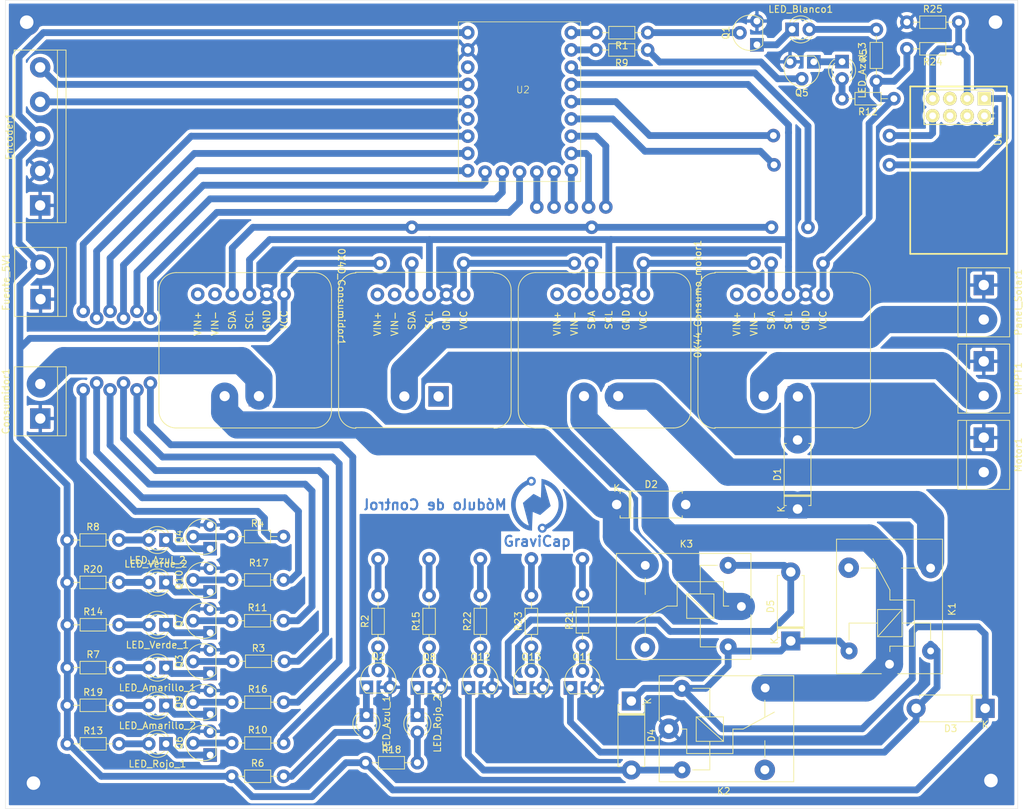
<source format=kicad_pcb>
(kicad_pcb (version 20240108) (generator "pcbnew") (generator_version "8.0")
  (layers (0 "F.Cu" signal) (31 "B.Cu" signal) (34 "B.Paste" user) (35 "F.Paste" user) (36 "B.SilkS" user "B.Silkscreen") (37 "F.SilkS" user "F.Silkscreen") (38 "B.Mask" user) (39 "F.Mask" user) (44 "Edge.Cuts" user))
  (net 0 "")
  (net 1 "Consumidor_+")
  (net 2 "MPPT_+")
  (net 3 "Panel_Solar_+")
  (net 4 "+5V")
  (net 6 "GNDREF")
  (net 7 "Net-(Q1-B)")
  (net 8 "Vin+_Consumo")
  (net 9 "Net-(Q2-B)")
  (net 10 "Motor_Vin+")
  (net 11 "Net-(Q3-B)")
  (net 12 "Motor_Vin-")
  (net 13 "Net-(Q4-B)")
  (net 14 "Net-(Q5-B)")
  (net 15 "Net-(Q6-B)")
  (net 16 "D1_Out")
  (net 17 "Net-(Q7-B)")
  (net 18 "Net-(LED_Blanco1-K)")
  (net 19 "Net-(Q8-B)")
  (net 20 "Net-(D5-A)")
  (net 21 "Net-(Q9-B)")
  (net 22 "Net-(Q11-B)")
  (net 23 "RPZ_LED_6")
  (net 24 "RPZ_LED_5")
  (net 25 "RPZ_LED_8")
  (net 26 "RPZ_RELE_1")
  (net 27 "RPZ_LED_7")
  (net 28 "RPZ_LED_2")
  (net 29 "Net-(Q12-B)")
  (net 30 "RPZ_LED_4")
  (net 31 "RPZ_RELE_2")
  (net 32 "PIN_A_Encoder")
  (net 33 "RPZ_LED_3")
  (net 34 "RPZ_LED_9")
  (net 36 "PIN_B_Encoder")
  (net 37 "RPZ_LED_1")
  (net 38 "RPZ_I2C_SDA")
  (net 39 "RPZ_I2C_SCL")
  (net 40 "RPZ_LED_10")
  (net 41 "RPZ_UART1_TX")
  (net 42 "RPZ_UART1_RX")
  (net 43 "Net-(LED_Amarillo_1-A)")
  (net 44 "Net-(LED_Amarillo_1-K)")
  (net 45 "Net-(LED_Amarillo_2-K)")
  (net 46 "Net-(LED_Amarillo_2-A)")
  (net 47 "Net-(LED_Azul_1-K)")
  (net 48 "Net-(LED_Azul_1-A)")
  (net 49 "Net-(LED_Azul_2-A)")
  (net 50 "Net-(LED_Azul_2-K)")
  (net 51 "Net-(LED_Blanco1-A)")
  (net 52 "Net-(LED_Rojo_1-A)")
  (net 53 "Net-(LED_Rojo_1-K)")
  (net 54 "Net-(LED_Rojo_2-A)")
  (net 55 "Net-(LED_Rojo_2-K)")
  (net 56 "Net-(LED_Verde_1-K)")
  (net 57 "Net-(LED_Verde_1-A)")
  (net 58 "Net-(LED_Verde_2-A)")
  (net 59 "Net-(LED_Verde_2-K)")
  (net 60 "Net-(Q10-B)")
  (net 61 "RPZ_RELE_3")
  (net 62 "Net-(D3-A)")
  (net 63 "Net-(D4-A)")
  (net 70 "Net-(Q13-B)")
  (net 71 "+3.3V")
  (net 76 "unconnected-(U2-GP27-Pad32)")
  (net 77 "Net-(LED_Azul_3-A)")
  (net 78 "Net-(LED_Azul_3-K)")
  (net 79 "Vin-_MPPT")
  (footprint "GraviCap:RP2040 Zero" (layer "F.Cu") (at 133.045 31.45)
    (property "Reference" "U2")
    (property "Value" "RP2040-Zero")
  )
  (footprint "Relay_THT:Relay_SPDT_SANYOU_SRD_Series_Form_C" (layer "F.Cu") (at 154.5 125)
    (property "Reference" "K2")
    (property "Value" "SANYOU_SRD_Form_C" (hide yes))
  )
  (footprint "Package_TO_SOT_THT:TO-92_Inline" (layer "F.Cu") (at 86 116.37 90)
    (property "Reference" "Q3")
    (property "Value" "BC548")
  )
  (footprint "Diode_THT:D_5W_P10.16mm_Horizontal" (layer "F.Cu") (at 172.465 112.08 90)
    (property "Reference" "D5")
    (property "Value" "D")
  )
  (footprint "Package_TO_SOT_THT:TO-92_Inline" (layer "F.Cu") (at 118 118)
    (property "Reference" "Q8")
    (property "Value" "BC548")
  )
  (footprint "Resistor_THT:R_Axial_DIN0204_L3.6mm_D1.6mm_P7.62mm_Horizontal" (layer "F.Cu") (at 187.645 32.26 180)
    (property "Reference" "R12")
    (property "Value" "150Ω")
  )
  (footprint "Resistor_THT:R_Axial_DIN0204_L3.6mm_D1.6mm_P7.62mm_Horizontal" (layer "F.Cu") (at 141.8 112.81 90)
    (property "Reference" "R21")
    (property "Value" "5kΩ")
  )
  (footprint "LED_THT:LED_D3.0mm" (layer "F.Cu") (at 172.66 22.06)
    (property "Reference" "LED_Blanco1")
    (property "Value" "LED")
  )
  (footprint "Relay_THT:Relay_SPDT_SANYOU_SRD_Series_Form_C" (layer "F.Cu") (at 187 115.5 90)
    (property "Reference" "K1")
    (property "Value" "SANYOU_SRD_Form_C")
  )
  (footprint "Resistor_THT:R_Axial_DIN0204_L3.6mm_D1.6mm_P7.62mm_Horizontal" (layer "F.Cu") (at 90.19 132)
    (property "Reference" "R6")
    (property "Value" "150Ω")
  )
  (footprint "LOGO" (layer "F.Cu") (at 135.13 92.04)
    (property "Reference" "GraviCap")
    (property "Value" "LOGO" (hide yes))
  )
  (footprint "Resistor_THT:R_Axial_DIN0204_L3.6mm_D1.6mm_P7.62mm_Horizontal" (layer "F.Cu") (at 151.405 22.54 180)
    (property "Reference" "R1")
    (property "Value" "47kΩ")
  )
  (footprint "RP2040-Zero:module_ina219" (layer "F.Cu") (at 111.445 61.095 -90)
    (property "Reference" "0X45_Panel_Solar1" (hide yes))
    (property "Value" "module_ina219" (hide yes))
  )
  (footprint "Package_TO_SOT_THT:TO-92_Inline" (layer "F.Cu") (at 133.02 118)
    (property "Reference" "Q13")
    (property "Value" "BC548")
  )
  (footprint "Resistor_THT:R_Axial_DIN0204_L3.6mm_D1.6mm_P7.62mm_Horizontal" (layer "F.Cu") (at 65.98 127.22)
    (property "Reference" "R13")
    (property "Value" "150Ω")
  )
  (footprint "TerminalBlock:TerminalBlock_bornier-2_P5.08mm" (layer "F.Cu") (at 200.875 59.69 -90)
    (property "Reference" "Panel_Solar1")
    (property "Value" "Screw_Terminal_01x02" (hide yes))
  )
  (footprint "Diode_THT:D_5W_P10.16mm_Horizontal" (layer "F.Cu") (at 173.465 92.66 90)
    (property "Reference" "D1")
    (property "Value" "D")
  )
  (footprint "RP2040-Zero:module_ina219" (layer "F.Cu") (at 85.324999 60.905001 -90)
    (property "Reference" "0X40_Consumidor1" (hide yes))
    (property "Value" "module_ina219" (hide yes))
  )
  (footprint "Resistor_THT:R_Axial_DIN0204_L3.6mm_D1.6mm_P7.62mm_Horizontal" (layer "F.Cu") (at 90.2 127.1)
    (property "Reference" "R10")
    (property "Value" "47kΩ")
  )
  (footprint "TerminalBlock:TerminalBlock_bornier-2_P5.08mm" (layer "F.Cu") (at 62 79.34 90)
    (property "Reference" "Consumidor1")
    (property "Value" "Screw_Terminal_01x02" (hide yes))
  )
  (footprint "LED_THT:LED_D3.0mm" (layer "F.Cu") (at 110 123 -90)
    (property "Reference" "LED_Azul_1")
    (property "Value" "LED")
  )
  (footprint "Package_TO_SOT_THT:TO-92_Inline" (layer "F.Cu") (at 86 98 90)
    (property "Reference" "Q4")
    (property "Value" "BC548")
  )
  (footprint "Resistor_THT:R_Axial_DIN0204_L3.6mm_D1.6mm_P7.62mm_Horizontal" (layer "F.Cu") (at 65.97 116)
    (property "Reference" "R7")
    (property "Value" "150Ω")
  )
  (footprint "Package_TO_SOT_THT:TO-92_Inline" (layer "F.Cu") (at 86 104.37 90)
    (property "Reference" "Q10")
    (property "Value" "BC548")
  )
  (footprint "LED_THT:LED_D3.0mm" (layer "F.Cu") (at 117.5 123 -90)
    (property "Reference" "LED_Rojo_2")
    (property "Value" "LED")
  )
  (footprint "Package_TO_SOT_THT:TO-92_Inline" (layer "F.Cu") (at 86 128.37 90)
    (property "Reference" "Q6")
    (property "Value" "BC548")
  )
  (footprint "TerminalBlock:TerminalBlock_bornier-2_P5.08mm" (layer "F.Cu") (at 200.875 70.92 -90)
    (property "Reference" "MPPT1")
    (property "Value" "Screw_Terminal_01x02")
  )
  (footprint "LED_THT:LED_D3.0mm" (layer "F.Cu") (at 80.51 97.22 180)
    (property "Reference" "LED_Azul_2")
    (property "Value" "LED")
  )
  (footprint "Package_TO_SOT_THT:TO-92_Inline" (layer "F.Cu") (at 175.355 27.83 180)
    (property "Reference" "Q5")
    (property "Value" "BC548")
  )
  (footprint "Resistor_THT:R_Axial_DIN0204_L3.6mm_D1.6mm_P7.62mm_Horizontal" (layer "F.Cu") (at 90.17 96.71)
    (property "Reference" "R4")
    (property "Value" "47kΩ")
  )
  (footprint "Resistor_THT:R_Axial_DIN0204_L3.6mm_D1.6mm_P7.62mm_Horizontal" (layer "F.Cu") (at 90.2 121.1)
    (property "Reference" "R16")
    (property "Value" "47kΩ")
  )
  (footprint "Resistor_THT:R_Axial_DIN0204_L3.6mm_D1.6mm_P7.62mm_Horizontal" (layer "F.Cu") (at 65.97 121.55)
    (property "Reference" "R19")
    (property "Value" "150Ω")
  )
  (footprint "RP2040-Zero:module_ina219" (layer "F.Cu") (at 163.935 60.695 -90)
    (property "Reference" "0X41_MPPT1" (hide yes))
    (property "Value" "module_ina219" (hide yes))
  )
  (footprint "LED_THT:LED_D3.0mm" (layer "F.Cu") (at 80.51 116 180)
    (property "Reference" "LED_Amarillo_1")
    (property "Value" "LED")
  )
  (footprint "Relay_THT:Relay_SPDT_SANYOU_SRD_Series_Form_C" (layer "F.Cu") (at 165.2 107 180)
    (property "Reference" "K3")
    (property "Value" "SANYOU_SRD_Form_C")
  )
  (footprint "Package_TO_SOT_THT:TO-92_Inline" (layer "F.Cu") (at 140.53 118)
    (property "Reference" "Q11")
    (property "Value" "BC548")
  )
  (footprint "LED_THT:LED_D3.0mm" (layer "F.Cu") (at 80.51 103.46 180)
    (property "Reference" "LED_Verde_2")
    (property "Value" "LED")
  )
  (footprint "Package_TO_SOT_THT:TO-92_Inline" (layer "F.Cu") (at 166.485 23.83 90)
    (property "Reference" "Q1")
    (property "Value" "BC548")
  )
  (footprint "Resistor_THT:R_Axial_DIN0204_L3.6mm_D1.6mm_P7.62mm_Horizontal" (layer "F.Cu") (at 65.95 103.46)
    (property "Reference" "R20")
    (property "Value" "150Ω")
  )
  (footprint "Resistor_THT:R_Axial_DIN0204_L3.6mm_D1.6mm_P7.62mm_Horizontal" (layer "F.Cu") (at 126.78 113 90)
    (property "Reference" "R22")
    (property "Value" "5kΩ")
  )
  (footprint "Resistor_THT:R_Axial_DIN0204_L3.6mm_D1.6mm_P7.62mm_Horizontal" (layer "F.Cu") (at 109.88 130)
    (property "Reference" "R18")
    (property "Value" "150Ω")
  )
  (footprint "Resistor_THT:R_Axial_DIN0204_L3.6mm_D1.6mm_P7.62mm_Horizontal" (layer "F.Cu") (at 90.31 115.07)
    (property "Reference" "R3")
    (property "Value" "47kΩ")
  )
  (footprint "LED_THT:LED_D3.0mm" (layer "F.Cu") (at 80.51 121.58 180)
    (property "Reference" "LED_Amarillo_2")
    (property "Value" "LED")
  )
  (footprint "Resistor_THT:R_Axial_DIN0204_L3.6mm_D1.6mm_P7.62mm_Horizontal" (layer "F.Cu") (at 189.56 21)
    (property "Reference" "R25")
    (property "Value" "5kΩ")
  )
  (footprint "Resistor_THT:R_Axial_DIN0204_L3.6mm_D1.6mm_P7.62mm_Horizontal" (layer "F.Cu") (at 185.065 29.7 90)
    (property "Reference" "R5")
    (property "Value" "150Ω")
  )
  (footprint "Resistor_THT:R_Axial_DIN0204_L3.6mm_D1.6mm_P7.62mm_Horizontal" (layer "F.Cu") (at 119.23 113 90)
    (property "Reference" "R15")
    (property "Value" "47kΩ")
  )
  (footprint "Resistor_THT:R_Axial_DIN0204_L3.6mm_D1.6mm_P7.62mm_Horizontal" (layer "F.Cu") (at 111.72 113 90)
    (property "Reference" "R2")
    (property "Value" "47kΩ")
  )
  (footprint "RP2040-Zero:ESP-01" (layer "F.Cu") (at 200.97 32.24 -90)
    (property "Reference" "U1")
    (property "Value" "ESP-01v090")
  )
  (footprint "Package_TO_SOT_THT:TO-92_Inline" (layer "F.Cu") (at 86 122.37 90)
    (property "Reference" "Q9")
    (property "Value" "BC548")
  )
  (footprint "Resistor_THT:R_Axial_DIN0204_L3.6mm_D1.6mm_P7.62mm_Horizontal" (layer "F.Cu") (at 90.17 103.1)
    (property "Reference" "R17")
    (property "Value" "47kΩ")
  )
  (footprint "Resistor_THT:R_Axial_DIN0204_L3.6mm_D1.6mm_P7.62mm_Horizontal" (layer "F.Cu") (at 134.29 113 90)
    (property "Reference" "R23")
    (property "Value" "5kΩ")
  )
  (footprint "Diode_THT:D_5W_P10.16mm_Horizontal" (layer "F.Cu") (at 149 120.92 -90)
    (property "Reference" "D4")
    (property "Value" "D")
  )
  (footprint "Resistor_THT:R_Axial_DIN0204_L3.6mm_D1.6mm_P7.62mm_Horizontal" (layer "F.Cu") (at 65.98 109.7)
    (property "Reference" "R14")
    (property "Value" "150Ω")
  )
  (footprint "RP2040-Zero:module_ina219" (layer "F.Cu") (at 138.07 61.04 -90)
    (property "Reference" "0X44_Consumo_motor1")
    (property "Value" "module_ina219")
  )
  (footprint "Diode_THT:D_5W_P10.16mm_Horizontal" (layer "F.Cu") (at 201.08 122 180)
    (property "Reference" "D3")
    (property "Value" "D")
  )
  (footprint "Diode_THT:D_5W_P10.16mm_Horizontal" (layer "F.Cu") (at 146.84 92)
    (property "Reference" "D2")
    (property "Value" "D")
  )
  (footprint "Resistor_THT:R_Axial_DIN0204_L3.6mm_D1.6mm_P7.62mm_Horizontal" (layer "F.Cu") (at 197.1775 24.92 180)
    (property "Reference" "R24")
    (property "Value" "10kΩ")
  )
  (footprint "Resistor_THT:R_Axial_DIN0204_L3.6mm_D1.6mm_P7.62mm_Horizontal" (layer "F.Cu") (at 65.95 97.22)
    (property "Reference" "R8")
    (property "Value" "150Ω")
  )
  (footprint "TerminalBlock:TerminalBlock_bornier-2_P5.08mm" (layer "F.Cu") (at 200.875 82.15 -90)
    (property "Reference" "Motor1")
    (property "Value" "Screw_Terminal_01x02")
  )
  (footprint "Package_TO_SOT_THT:TO-92_Inline" (layer "F.Cu") (at 125.51 118)
    (property "Reference" "Q12")
    (property "Value" "BC548")
  )
  (footprint "Resistor_THT:R_Axial_DIN0204_L3.6mm_D1.6mm_P7.62mm_Horizontal" (layer "F.Cu") (at 90.17 109.1)
    (property "Reference" "R11")
    (property "Value" "47kΩ")
  )
  (footprint "Package_TO_SOT_THT:TO-92_Inline" (layer "F.Cu") (at 110.49 117.9)
    (property "Reference" "Q2")
    (property "Value" "BC548")
  )
  (footprint "TerminalBlock:TerminalBlock_bornier-2_P5.08mm" (layer "F.Cu") (at 62.04 61.77 90)
    (property "Reference" "Fuente_5V1")
    (property "Value" "Screw_Terminal_01x02" (hide yes))
  )
  (footprint "Package_TO_SOT_THT:TO-92_Inline" (layer "F.Cu") (at 86 110.37 90)
    (property "Reference" "Q7")
    (property "Value" "BC548")
  )
  (footprint "Resistor_THT:R_Axial_DIN0204_L3.6mm_D1.6mm_P7.62mm_Horizontal" (layer "F.Cu") (at 151.395 25.09 180)
    (property "Reference" "R9")
    (property "Value" "47kΩ")
  )
  (footprint "LED_THT:LED_D3.0mm" (layer "F.Cu") (at 180.015 26.81 -90)
    (property "Reference" "LED_Azul_3")
    (property "Value" "LED")
  )
  (footprint "LED_THT:LED_D3.0mm" (layer "F.Cu") (at 80.51 127.22 180)
    (property "Reference" "LED_Rojo_1")
    (property "Value" "LED")
  )
  (footprint "TerminalBlock:TerminalBlock_bornier-5_P5.08mm" (layer "F.Cu") (at 61.98 47.97 90)
    (property "Reference" "Encoder1")
    (property "Value" "Screw_Terminal_01x05")
  )
  (footprint "LED_THT:LED_D3.0mm" (layer "F.Cu") (at 80.51 109.7 180)
    (property "Reference" "LED_Verde_1")
    (property "Value" "LED")
  )
  (gr_rect (start 56.875 17.76) (end 205.875 136.76) (stroke (width 0.05)) (fill none) (layer "Edge.Cuts"))
  (gr_text "Módulo de Control" (at 120.13 92.04 0) (layer "B.Cu") (effects (font (size 1.5 1.5) (thickness 0.3) (bold yes)) (justify mirror)))
  (segment (start 65.44 70.82) (end 62 74.26) (width 4) (layer "B.Cu") (net 1))
  (segment (start 91.625 70.82) (end 65.44 70.82) (width 4) (layer "B.Cu") (net 1))
  (segment (start 94.18 73.375) (end 91.625 70.82) (width 4) (layer "B.Cu") (net 1))
  (segment (start 94.18 76.04) (end 94.18 73.375) (width 4) (layer "B.Cu") (net 1))
  (segment (start 168.475 76.085) (end 168.475 73.725) (width 4) (layer "B.Cu") (net 2))
  (segment (start 170.65 71.55) (end 194.615 71.55) (width 4) (layer "B.Cu") (net 2))
  (segment (start 168.475 73.725) (end 170.65 71.55) (width 4) (layer "B.Cu") (net 2))
  (segment (start 194.615 71.55) (end 199.065 76) (width 4) (layer "B.Cu") (net 2))
  (segment (start 199.065 76) (end 200.875 76) (width 4) (layer "B.Cu") (net 2))
  (segment (start 184 67) (end 121 67) (width 4) (layer "B.Cu") (net 3))
  (segment (start 121 67) (end 115.585 72.415) (width 4) (layer "B.Cu") (net 3))
  (segment (start 200.875 64.77) (end 186.23 64.77) (width 4) (layer "B.Cu") (net 3))
  (segment (start 115.585 72.415) (end 115.585 76.085) (width 4) (layer "B.Cu") (net 3))
  (segment (start 186.23 64.77) (end 184 67) (width 4) (layer "B.Cu") (net 3))
  (via (at 150.785 56.49) (size 2) (drill 1) (layers "F.Cu" "B.Cu") (net 4))
  (via (at 167.055 56.49) (size 2) (drill 1) (layers "F.Cu" "B.Cu") (net 4))
  (via (at 177.215 56.49) (size 2) (drill 1) (layers "F.Cu" "B.Cu") (net 4))
  (via (at 140.61 56.49) (size 2) (drill 1) (layers "F.Cu" "B.Cu") (net 4))
  (via (at 124.315 56.49) (size 2) (drill 1) (layers "F.Cu" "B.Cu") (net 4))
  (via (at 112 56.49) (size 2) (drill 1) (layers "F.Cu" "B.Cu") (net 4))
  (segment (start 59 59.73) (end 62.04 56.69) (width 1) (layer "B.Cu") (net 4))
  (segment (start 172.465 112.08) (end 170.975 113.57) (width 1) (layer "B.Cu") (net 4))
  (segment (start 62.04 56.69) (end 58.875 53.525) (width 1) (layer "B.Cu") (net 4))
  (segment (start 191 110) (end 190.35 110.65) (width 1) (layer "B.Cu") (net 4))
  (segment (start 65.98 126) (end 65.98 126.98) (width 1) (layer "B.Cu") (net 4))
  (segment (start 61.98 37.81) (end 58.875 34.705) (width 1) (layer "B.Cu") (net 4))
  (segment (start 107 130) (end 102 135) (width 1) (layer "B.Cu") (net 4))
  (segment (start 190.35 110.65) (end 190.35 117.65) (width 1) (layer "B.Cu") (net 4))
  (segment (start 177.215 56.49) (end 177.215 61.085) (width 1) (layer "B.Cu") (net 4))
  (segment (start 113.88 134) (end 109.88 130) (width 1) (layer "B.Cu") (net 4))
  (segment (start 65.98 126) (end 65.98 103.51) (width 1) (layer "B.Cu") (net 4))
  (segment (start 65.98 126.98) (end 71 132) (width 1) (layer "B.Cu") (net 4))
  (segment (start 184 49.705) (end 184 35.905) (width 1) (layer "B.Cu") (net 4))
  (segment (start 183 125) (end 162.4 125) (width 1) (layer "B.Cu") (net 4))
  (segment (start 190.35 117.65) (end 183 125) (width 1) (layer "B.Cu") (net 4))
  (segment (start 60.46 67.54) (end 59 69) (width 1) (layer "B.Cu") (net 4))
  (segment (start 185.715 32.26) (end 187.645 32.26) (width 1) (layer "B.Cu") (net 4))
  (segment (start 150.87 119.05) (end 149 120.92) (width 1) (layer "B.Cu") (net 4))
  (segment (start 187.69 29.7) (end 189.5575 27.8325) (width 1) (layer "B.Cu") (net 4))
  (segment (start 62.46 22.54) (end 124.925 22.54) (width 1) (layer "B.Cu") (net 4))
  (segment (start 156.45 119.05) (end 159.95 119.05) (width 1) (layer "B.Cu") (net 4))
  (segment (start 150.785 56.49) (end 167.045 56.49) (width 1) (layer "B.Cu") (net 4))
  (segment (start 99.705 56.49) (end 97.88 58.315) (width 1) (layer "B.Cu") (net 4))
  (segment (start 187.665 32.24) (end 187.645 32.26) (width 1) (layer "B.Cu") (net 4))
  (segment (start 109.88 130) (end 107 130) (width 1) (layer "B.Cu") (net 4))
  (segment (start 201.08 123.92) (end 191 134) (width 1) (layer "B.Cu") (net 4))
  (segment (start 185.065 29.7) (end 187.69 29.7) (width 1) (layer "B.Cu") (net 4))
  (segment (start 167.045 56.49) (end 167.055 56.5) (width 1) (layer "B.Cu") (net 4))
  (segment (start 201.08 122) (end 201.08 123.92) (width 1) (layer "B.Cu") (net 4))
  (segment (start 65.95 97.22) (end 65.95 89.11) (width 1) (layer "B.Cu") (net 4))
  (segment (start 177.215 56.49) (end 184 49.705) (width 1) (layer "B.Cu") (net 4))
  (segment (start 150.785 56.49) (end 150.785 61.025) (width 1) (layer "B.Cu") (net 4))
  (segment (start 71 132) (end 90.19 132) (width 1) (layer "B.Cu") (net 4))
  (segment (start 59 82.16) (end 59 69) (width 1) (layer "B.Cu") (net 4))
  (segment (start 170.975 113.57) (end 163.87 113.57) (width 1) (layer "B.Cu") (net 4))
  (segment (start 156.45 119.05) (end 150.87 119.05) (width 1) (layer "B.Cu") (net 4))
  (segment (start 201.08 111.08) (end 200 110) (width 1) (layer "B.Cu") (net 4))
  (segment (start 112 56.49) (end 99.705 56.49) (width 1) (layer "B.Cu") (net 4))
  (segment (start 185.065 29.7) (end 185.065 31.61) (width 1) (layer "B.Cu") (net 4))
  (segment (start 58.875 26.125) (end 62.46 22.54) (width 1) (layer "B.Cu") (net 4))
  (segment (start 124.315 56.49) (end 124.315 61.075) (width 1) (layer "B.Cu") (net 4))
  (segment (start 162.4 125) (end 156.45 119.05) (width 1) (layer "B.Cu") (net 4))
  (segment (start 189.5575 27.8325) (end 189.5575 24.92) (width 1) (layer "B.Cu") (net 4))
  (segment (start 191 134) (end 113.88 134) (width 1) (layer "B.Cu") (net 4))
  (segment (start 65.95 103.46) (end 65.95 97.22) (width 1) (layer "B.Cu") (net 4))
  (segment (start 97.88 61.04) (end 97.88 65.12) (width 1) (layer "B.Cu") (net 4))
  (segment (start 163.25 115.75) (end 163.25 112.95) (width 1) (layer "B.Cu") (net 4))
  (segment (start 102 135) (end 93.19 135) (width 1) (layer "B.Cu") (net 4))
  (segment (start 58.875 53.525) (end 58.875 40.915) (width 1) (layer "B.Cu") (net 4))
  (segment (start 184 35.905) (end 187.645 32.26) (width 1) (layer "B.Cu") (net 4))
  (segment (start 95.46 67.54) (end 60.46 67.54) (width 1) (layer "B.Cu") (net 4))
  (segment (start 140.605 56.49) (end 124.315 56.49) (width 1) (layer "B.Cu") (net 4))
  (segment (start 65.95 89.11) (end 59 82.16) (width 1) (layer "B.Cu") (net 4))
  (segment (start 163.87 113.57) (end 163.25 112.95) (width 1) (layer "B.Cu") (net 4))
  (segment (start 185.065 31.61) (end 185.715 32.26) (width 1) (layer "B.Cu") (net 4))
  (segment (start 93.19 135) (end 90.19 132) (width 1) (layer "B.Cu") (net 4))
  (segment (start 201.08 122) (end 201.08 111.08) (width 1) (layer "B.Cu") (net 4))
  (segment (start 58.875 34.705) (end 58.875 26.125) (width 1) (layer "B.Cu") (net 4))
  (segment (start 124.315 61.075) (end 124.325 61.085) (width 1) (layer "B.Cu") (net 4))
  (segment (start 97.88 58.315) (end 97.88 61.04) (width 1) (layer "B.Cu") (net 4))
  (segment (start 172.465 112.08) (end 179.58 112.08) (width 1) (layer "B.Cu") (net 4))
  (segment (start 200 110) (end 191 110) (width 1) (layer "B.Cu") (net 4))
  (segment (start 159.95 119.05) (end 163.25 115.75) (width 1) (layer "B.Cu") (net 4))
  (segment (start 179.58 112.08) (end 181.05 113.55) (width 1) (layer "B.Cu") (net 4))
  (segment (start 150.785 61.025) (end 150.77 61.04) (width 1) (layer "B.Cu") (net 4))
  (segment (start 59 69) (end 59 59.73) (width 1) (layer "B.Cu") (net 4))
  (segment (start 58.875 40.915) (end 61.98 37.81) (width 1) (layer "B.Cu") (net 4))
  (segment (start 65.98 127.22) (end 65.98 126) (width 1) (layer "B.Cu") (net 4))
  (segment (start 171.595 112.95) (end 172.465 112.08) (width 1) (layer "B.Cu") (net 4))
  (segment (start 97.88 65.12) (end 95.46 67.54) (width 1) (layer "B.Cu") (net 4))
  (via (at 202.6 20.99) (size 4) (drill 2) (layers "F.Cu" "B.Cu") (net 6))
  (via (at 61 133) (size 4) (drill 2) (layers "F.Cu" "B.Cu") (net 6))
  (via (at 60 21) (size 4) (drill 2) (layers "F.Cu" "B.Cu") (net 6))
  (via (at 201.93 132.62) (size 4) (drill 2) (layers "F.Cu" "B.Cu") (net 6))
  (segment (start 151.405 22.54) (end 164.965 22.54) (width 1) (layer "B.Cu") (net 7))
  (segment (start 164.965 22.54) (end 164.985 22.56) (width 1) (layer "B.Cu") (net 7))
  (segment (start 151.05 100.95) (end 146.8 96.7) (width 4) (layer "B.Cu") (net 8))
  (segment (start 144.92 92) (end 135.67 82.75) (width 4) (layer "B.Cu") (net 8))
  (segment (start 89.14 78.4) (end 89.14 76.04) (width 4) (layer "B.Cu") (net 8))
  (segment (start 91.025 80.285) (end 89.14 78.4) (width 4) (layer "B.Cu") (net 8))
  (segment (start 146.84 92) (end 144.92 92) (width 4) (layer "B.Cu") (net 8))
  (segment (start 111.75 82.75) (end 109.285 80.285) (width 4) (layer "B.Cu") (net 8))
  (segment (start 146.8 96.7) (end 146.8 92) (width 4) (layer "B.Cu") (net 8))
  (segment (start 135.67 82.75) (end 111.75 82.75) (width 4) (layer "B.Cu") (net 8))
  (segment (start 109.285 80.285) (end 91.025 80.285) (width 4) (layer "B.Cu") (net 8))
  (segment (start 111.76 113.04) (end 111.72 113) (width 1) (layer "B.Cu") (net 9))
  (segment (start 111.76 116.4) (end 111.76 113.04) (width 1) (layer "B.Cu") (net 9))
  (segment (start 152.5 94.87) (end 157 99.37) (width 4) (layer "B.Cu") (net 10))
  (segment (start 152.5 94.87) (end 154.55 96.92) (width 4) (layer "B.Cu") (net 10))
  (segment (start 157 99.37) (end 157 101.75) (width 4) (layer "B.Cu") (net 10))
  (segment (start 157 101.75) (end 162.25 107) (width 4) (layer "B.Cu") (net 10))
  (segment (start 142.03 76.04) (end 142.03 79.499848) (width 4) (layer "B.Cu") (net 10))
  (segment (start 152.5 89.969848) (end 152.5 94.87) (width 4) (layer "B.Cu") (net 10))
  (segment (start 162.25 107) (end 165.2 107) (width 4) (layer "B.Cu") (net 10))
  (segment (start 183.5 119) (end 187 115.5) (width 4) (layer "B.Cu") (net 10))
  (segment (start 187 99.94) (end 183.98 96.92) (width 4) (layer "B.Cu") (net 10))
  (segment (start 183.98 96.92) (end 154.55 96.92) (width 4) (layer "B.Cu") (net 10))
  (segment (start 187 115.5) (end 187 99.94) (width 4) (layer "B.Cu") (net 10))
  (segment (start 142.03 79.499848) (end 152.5 89.969848) (width 4) (layer "B.Cu") (net 10))
  (segment (start 168.7 119) (end 183.5 119) (width 4) (layer "B.Cu") (net 10))
  (segment (start 84.5 115.1) (end 90.28 115.1) (width 1) (layer "B.Cu") (net 11))
  (segment (start 90.28 115.1) (end 90.31 115.07) (width 1) (layer "B.Cu") (net 11))
  (segment (start 152.04 76.04) (end 163.23 87.23) (width 4) (layer "B.Cu") (net 12))
  (segment (start 163.23 87.23) (end 200.875 87.23) (width 4) (layer "B.Cu") (net 12))
  (segment (start 147.07 76.04) (end 152.04 76.04) (width 4) (layer "B.Cu") (net 12))
  (segment (start 84.5 96.73) (end 90.15 96.73) (width 1) (layer "B.Cu") (net 13))
  (segment (start 90.15 96.73) (end 90.17 96.71) (width 1) (layer "B.Cu") (net 13))
  (segment (start 168.065 26.86) (end 170.535 29.33) (width 1) (layer "B.Cu") (net 14))
  (segment (start 170.535 29.33) (end 174.085 29.33) (width 1) (layer "B.Cu") (net 14))
  (segment (start 151.395 25.09) (end 153.165 26.86) (width 1) (layer "B.Cu") (net 14))
  (segment (start 153.165 26.86) (end 168.065 26.86) (width 1) (layer "B.Cu") (net 14))
  (segment (start 84.5 127.1) (end 90.2 127.1) (width 1) (layer "B.Cu") (net 15))
  (segment (start 174.125 92) (end 191 92) (width 4) (layer "B.Cu") (net 16))
  (segment (start 191 92) (end 193.05 94.05) (width 4) (layer "B.Cu") (net 16))
  (segment (start 157 92) (end 172.805 92) (width 4) (layer "B.Cu") (net 16))
  (segment (start 193.05 94.05) (end 193.05 100.35) (width 4) (layer "B.Cu") (net 16))
  (segment (start 84.5 109.1) (end 90.14 109.1) (width 1) (layer "B.Cu") (net 17))
  (segment (start 90.14 109.1) (end 90.17 109.13) (width 1) (layer "B.Cu") (net 17))
  (segment (start 170.39 24.33) (end 172.66 22.06) (width 1) (layer "B.Cu") (net 18))
  (segment (start 167.485 24.33) (end 170.39 24.33) (width 1) (layer "B.Cu") (net 18))
  (segment (start 119.27 116.5) (end 119.27 113.04) (width 1) (layer "B.Cu") (net 19))
  (segment (start 119.27 113.04) (end 119.23 113) (width 1) (layer "B.Cu") (net 19))
  (segment (start 172.465 101.92) (end 172.465 107.775) (width 1) (layer "B.Cu") (net 20))
  (segment (start 130.88 117.36) (end 132.52 119) (width 1) (layer "B.Cu") (net 20))
  (segment (start 172.465 107.775) (end 169.57 110.67) (width 1) (layer "B.Cu") (net 20))
  (segment (start 130.88 112.33) (end 130.88 117.36) (width 1) (layer "B.Cu") (net 20))
  (segment (start 171.495 100.95) (end 172.465 101.92) (width 1) (layer "B.Cu") (net 20))
  (segment (start 134.21 109) (end 130.88 112.33) (width 1) (layer "B.Cu") (net 20))
  (segment (start 153.05 109) (end 134.21 109) (width 1) (layer "B.Cu") (net 20))
  (segment (start 163.25 100.95) (end 171.495 100.95) (width 1) (layer "B.Cu") (net 20))
  (segment (start 154.72 110.67) (end 153.05 109) (width 1) (layer "B.Cu") (net 20))
  (segment (start 169.57 110.67) (end 154.72 110.67) (width 1) (layer "B.Cu") (net 20))
  (segment (start 84.5 121.1) (end 90.2 121.1) (width 1) (layer "B.Cu") (net 21))
  (segment (start 141.8 116.5) (end 141.8 112.81) (width 1) (layer "B.Cu") (net 22))
  (via (at 76.23 75.12) (size 2) (drill 1) (layers "F.Cu" "B.Cu") (net 23))
  (via (at 76.23 63.54) (size 2) (drill 1) (layers "F.Cu" "B.Cu") (net 23))
  (segment (start 106 86) (end 106 115) (width 1) (layer "B.Cu") (net 23))
  (segment (start 130.005 46.035) (end 130.005 43.07) (width 1) (layer "B.Cu") (net 23))
  (segment (start 76.23 75.12) (end 76.23 81.23) (width 1) (layer "B.Cu") (net 23))
  (segment (start 129.04 47) (end 130.005 46.035) (width 1) (layer "B.Cu") (net 23))
  (segment (start 76.23 63.54) (end 76.23 57.77) (width 1) (layer "B.Cu") (net 23))
  (segment (start 80 85) (end 105 85) (width 1) (layer "B.Cu") (net 23))
  (segment (start 99.9 121.1) (end 97.82 121.1) (width 1) (layer "B.Cu") (net 23))
  (segment (start 76.23 81.23) (end 80 85) (width 1) (layer "B.Cu") (net 23))
  (segment (start 105 85) (end 106 86) (width 1) (layer "B.Cu") (net 23))
  (segment (start 87 47) (end 129.04 47) (width 1) (layer "B.Cu") (net 23))
  (segment (start 106 115) (end 99.9 121.1) (width 1) (layer "B.Cu") (net 23))
  (segment (start 76.23 57.77) (end 87 47) (width 1) (layer "B.Cu") (net 23))
  (via (at 78.2075 64.54) (size 2) (drill 1) (layers "F.Cu" "B.Cu") (net 24))
  (via (at 78.2075 74.12) (size 2) (drill 1) (layers "F.Cu" "B.Cu") (net 24))
  (segment (start 106.2 83.2) (end 108 85) (width 1) (layer "B.Cu") (net 24))
  (segment (start 78.2075 74.12) (end 78.2075 80.2075) (width 1) (layer "B.Cu") (net 24))
  (segment (start 132.545 47.455) (end 132.545 43.07) (width 1) (layer "B.Cu") (net 24))
  (segment (start 131 49) (end 132.545 47.455) (width 1) (layer "B.Cu") (net 24))
  (segment (start 81.2 83.2) (end 106.2 83.2) (width 1) (layer "B.Cu") (net 24))
  (segment (start 78.2075 64.54) (end 78.2075 58.7925) (width 1) (layer "B.Cu") (net 24))
  (segment (start 88 49) (end 131 49) (width 1) (layer "B.Cu") (net 24))
  (segment (start 97.82 126.18) (end 97.82 127.1) (width 1) (layer "B.Cu") (net 24))
  (segment (start 108 85) (end 108 116) (width 1) (layer "B.Cu") (net 24))
  (segment (start 78.2075 58.7925) (end 88 49) (width 1) (layer "B.Cu") (net 24))
  (segment (start 78.2075 80.2075) (end 81.2 83.2) (width 1) (layer "B.Cu") (net 24))
  (segment (start 108 116) (end 97.82 126.18) (width 1) (layer "B.Cu") (net 24))
  (via (at 72.275 75.12) (size 2) (drill 1) (layers "F.Cu" "B.Cu") (net 25))
  (via (at 72.275 63.54) (size 2) (drill 1) (layers "F.Cu" "B.Cu") (net 25))
  (segment (start 102 90) (end 101 89) (width 1) (layer "B.Cu") (net 25))
  (segment (start 102 107) (end 102 90) (width 1) (layer "B.Cu") (net 25))
  (segment (start 101 89) (end 78 89) (width 1) (layer "B.Cu") (net 25))
  (segment (start 78 89) (end 72.275 83.275) (width 1) (layer "B.Cu") (net 25))
  (segment (start 72.275 63.54) (end 72.275 55.725) (width 1) (layer "B.Cu") (net 25))
  (segment (start 99.9 109.1) (end 102 107) (width 1) (layer "B.Cu") (net 25))
  (segment (start 97.79 109.1) (end 99.9 109.1) (width 1) (layer "B.Cu") (net 25))
  (segment (start 72.275 55.725) (end 85.14 42.86) (width 1) (layer "B.Cu") (net 25))
  (segment (start 85.14 42.86) (end 124.925 42.86) (width 1) (layer "B.Cu") (net 25))
  (segment (start 72.275 83.275) (end 72.275 75.12) (width 1) (layer "B.Cu") (net 25))
  (via (at 145.245 48.2) (size 2) (drill 1) (layers "F.Cu" "B.Cu") (net 26))
  (via (at 141.8 100) (size 2) (drill 1) (layers "F.Cu" "B.Cu") (net 26))
  (segment (start 143.78 37.78) (end 140.165 37.78) (width 1) (layer "B.Cu") (net 26))
  (segment (start 145.245 48.2) (end 145.245 39.245) (width 1) (layer "B.Cu") (net 26))
  (segment (start 141.8 105.19) (end 141.8 100) (width 1) (layer "B.Cu") (net 26))
  (segment (start 145.245 39.245) (end 143.78 37.78) (width 1) (layer "B.Cu") (net 26))
  (via (at 74.2525 74.12) (size 2) (drill 1) (layers "F.Cu" "B.Cu") (net 27))
  (via (at 74.2525 64.54) (size 2) (drill 1) (layers "F.Cu" "B.Cu") (net 27))
  (segment (start 103 87) (end 79 87) (width 1) (layer "B.Cu") (net 27))
  (segment (start 99.93 115.07) (end 104 111) (width 1) (layer "B.Cu") (net 27))
  (segment (start 97.93 115.07) (end 99.93 115.07) (width 1) (layer "B.Cu") (net 27))
  (segment (start 127 45) (end 127.465 44.535) (width 1) (layer "B.Cu") (net 27))
  (segment (start 104 111) (end 104 88) (width 1) (layer "B.Cu") (net 27))
  (segment (start 74.2525 64.54) (end 74.2525 56.7475) (width 1) (layer "B.Cu") (net 27))
  (segment (start 74.2525 56.7475) (end 86 45) (width 1) (layer "B.Cu") (net 27))
  (segment (start 79 87) (end 74.2525 82.2525) (width 1) (layer "B.Cu") (net 27))
  (segment (start 74.2525 82.2525) (end 74.2525 74.12) (width 1) (layer "B.Cu") (net 27))
  (segment (start 86 45) (end 127 45) (width 1) (layer "B.Cu") (net 27))
  (segment (start 127.465 44.535) (end 127.465 43.07) (width 1) (layer "B.Cu") (net 27))
  (segment (start 104 88) (end 103 87) (width 1) (layer "B.Cu") (net 27))
  (segment (start 143.765 25.08) (end 143.775 25.09) (width 1) (layer "B.Cu") (net 28))
  (segment (start 140.165 25.08) (end 143.765 25.08) (width 1) (layer "B.Cu") (net 28))
  (segment (start 126.78 113) (end 126.78 116.5) (width 1) (layer "B.Cu") (net 29))
  (via (at 135.085 48.2) (size 2) (drill 1) (layers "F.Cu" "B.Cu") (net 30))
  (via (at 111.72 100) (size 2) (drill 1) (layers "F.Cu" "B.Cu") (net 30))
  (segment (start 111.72 105.38) (end 111.72 100) (width 1) (layer "B.Cu") (net 30))
  (segment (start 135.085 43.07) (end 135.085 48.2) (width 1) (layer "B.Cu") (net 30))
  (via (at 142.705 48.2) (size 2) (drill 1) (layers "F.Cu" "B.Cu") (net 31))
  (via (at 134.29 100) (size 2) (drill 1) (layers "F.Cu" "B.Cu") (net 31))
  (segment (start 142.705 48.2) (end 142.705 40.705) (width 1) (layer "B.Cu") (net 31))
  (segment (start 134.29 105.38) (end 134.29 100) (width 1) (layer "B.Cu") (net 31))
  (segment (start 142.705 40.705) (end 142.32 40.32) (width 1) (layer "B.Cu") (net 31))
  (segment (start 142.32 40.32) (end 140.165 40.32) (width 1) (layer "B.Cu") (net 31))
  (segment (start 61.98 32.73) (end 124.895 32.73) (width 1) (layer "B.Cu") (net 32))
  (segment (start 124.895 32.73) (end 124.925 32.7) (width 1) (layer "B.Cu") (net 32))
  (via (at 137.625 48.2) (size 2) (drill 1) (layers "F.Cu" "B.Cu") (net 33))
  (via (at 119.23 100) (size 2) (drill 1) (layers "F.Cu" "B.Cu") (net 33))
  (segment (start 119.23 105.38) (end 119.23 100) (width 1) (layer "B.Cu") (net 33))
  (segment (start 137.625 48.2) (end 137.625 43.07) (width 1) (layer "B.Cu") (net 33))
  (via (at 70.2975 64.54) (size 2) (drill 1) (layers "F.Cu" "B.Cu") (net 34))
  (via (at 70.2975 74.12) (size 2) (drill 1) (layers "F.Cu" "B.Cu") (net 34))
  (segment (start 100 93) (end 100 102) (width 1) (layer "B.Cu") (net 34))
  (segment (start 84.68 40.32) (end 124.925 40.32) (width 1) (layer "B.Cu") (net 34))
  (segment (start 70.2975 74.12) (end 70.2975 84.2975) (width 1) (layer "B.Cu") (net 34))
  (segment (start 98.9 103.1) (end 97.79 103.1) (width 1) (layer "B.Cu") (net 34))
  (segment (start 70.2975 84.2975) (end 77 91) (width 1) (layer "B.Cu") (net 34))
  (segment (start 100 102) (end 98.9 103.1) (width 1) (layer "B.Cu") (net 34))
  (segment (start 70.2975 64.54) (end 70.2975 54.7025) (width 1) (layer "B.Cu") (net 34))
  (segment (start 70.2975 54.7025) (end 84.68 40.32) (width 1) (layer "B.Cu") (net 34))
  (segment (start 77 91) (end 98 91) (width 1) (layer "B.Cu") (net 34))
  (segment (start 98 91) (end 100 93) (width 1) (layer "B.Cu") (net 34))
  (segment (start 61.98 27.65) (end 64.49 30.16) (width 1) (layer "B.Cu") (net 36))
  (segment (start 64.49 30.16) (end 124.925 30.16) (width 1) (layer "B.Cu") (net 36))
  (segment (start 140.165 22.54) (end 143.785 22.54) (width 1) (layer "B.Cu") (net 37))
  (via (at 175 51.19) (size 2) (drill 1) (layers "F.Cu" "B.Cu") (net 38))
  (via (at 169.585 56.49) (size 2) (drill 1) (layers "F.Cu" "B.Cu") (net 38))
  (via (at 116.695 56.49) (size 2) (drill 1) (layers "F.Cu" "B.Cu") (net 38))
  (via (at 116.695 51.19) (size 2) (drill 1) (layers "F.Cu" "B.Cu") (net 38))
  (via (at 143.155 56.49) (size 2) (drill 1) (layers "F.Cu" "B.Cu") (net 38))
  (via (at 143.165 51.19) (size 2) (drill 1) (layers "F.Cu" "B.Cu") (net 38))
  (via (at 169.625 51.19) (size 2) (drill 1) (layers "F.Cu" "B.Cu") (net 38))
  (segment (start 169.595 61.085) (end 169.595 56.61) (width 1) (layer "B.Cu") (net 38))
  (segment (start 143.15 56.565) (end 143.155 56.56) (width 1) (layer "B.Cu") (net 38))
  (segment (start 169.595 56.61) (end 169.585 56.6) (width 1) (layer "B.Cu") (net 38))
  (segment (start 93.31 51.19) (end 90.26 54.24) (width 1) (layer "B.Cu") (net 38))
  (segment (start 143.15 61.04) (end 143.15 56.565) (width 1) (layer "B.Cu") (net 38))
  (segment (start 90.26 54.24) (end 90.26 60.665) (width 1) (layer "B.Cu") (net 38))
  (segment (start 169.625 51.19) (end 143.165 51.19) (width 1) (layer "B.Cu") (net 38))
  (segment (start 175 51.19) (end 175 36.29625) (width 1) (layer "B.Cu") (net 38))
  (segment (start 116.695 51.19) (end 93.31 51.19) (width 1) (layer "B.Cu") (net 38))
  (segment (start 167.17375 28.47) (end 141.015 28.47) (width 1) (layer "B.Cu") (net 38))
  (segment (start 143.15 56.825) (end 143.135 56.81) (width 1) (layer "B.Cu") (net 38))
  (segment (start 141.015 28.47) (end 140.165 27.62) (width 1) (layer "B.Cu") (net 38))
  (segment (start 116.705 61.085) (end 116.705 56.5) (width 1) (layer "B.Cu") (net 38))
  (segment (start 143.165 51.19) (end 116.695 51.19) (width 1) (layer "B.Cu") (net 38))
  (segment (start 175 36.29625) (end 167.17375 28.47) (width 1) (layer "B.Cu") (net 38))
  (segment (start 116.705 56.5) (end 116.695 56.49) (width 1) (layer "B.Cu") (net 38))
  (segment (start 146 53) (end 172.135 53) (width 1) (layer "B.Cu") (net 39))
  (segment (start 166.16 30.16) (end 140.165 30.16) (width 1) (layer "B.Cu") (net 39))
  (segment (start 172.135 57) (end 172.135 53) (width 1) (layer "B.Cu") (net 39))
  (segment (start 145.69 53.31) (end 146 53) (width 1) (layer "B.Cu") (net 39))
  (segment (start 119.28 60.775) (end 119.28 53) (width 1) (layer "B.Cu") (net 39))
  (segment (start 145.69 61.04) (end 145.69 53.31) (width 1) (layer "B.Cu") (net 39))
  (segment (start 92.8 55.97) (end 95.77 53) (width 1) (layer "B.Cu") (net 39))
  (segment (start 172.135 36.135) (end 166.16 30.16) (width 1) (layer "B.Cu") (net 39))
  (segment (start 92.8 60.495) (end 92.8 55.97) (width 1) (layer "B.Cu") (net 39))
  (segment (start 172.135 37.255) (end 172.135 36.135) (width 1) (layer "B.Cu") (net 39))
  (segment (start 172.135 53) (end 172.135 37.255) (width 1) (layer "B.Cu") (net 39))
  (segment (start 172.135 37.255) (end 172.14 37.25) (width 1) (layer "B.Cu") (net 39))
  (segment (start 172.135 61.085) (end 172.135 57) (width 1) (layer "B.Cu") (net 39))
  (segment (start 95.77 53) (end 146 53) (width 1) (layer "B.Cu") (net 39))
  (via (at 68.32 63.54) (size 2) (drill 1) (layers "F.Cu" "B.Cu") (net 40))
  (via (at 68.32 75.12) (size 2) (drill 1) (layers "F.Cu" "B.Cu") (net 40))
  (segment (start 95 94) (end 94 93) (width 1) (layer "B.Cu") (net 40))
  (segment (start 68.32 85.32) (end 68.32 75.12) (width 1) (layer "B.Cu") (net 40))
  (segment (start 95.71 96.71) (end 95 96) (width 1) (layer "B.Cu") (net 40))
  (segment (start 76 93) (end 68.32 85.32) (width 1) (layer "B.Cu") (net 40))
  (segment (start 68.32 53.68) (end 84.22 37.78) (width 1) (layer "B.Cu") (net 40))
  (segment (start 94 93) (end 76 93) (width 1) (layer "B.Cu") (net 40))
  (segment (start 97.79 96.71) (end 95.71 96.71) (width 1) (layer "B.Cu") (net 40))
  (segment (start 95 96) (end 95 94) (width 1) (layer "B.Cu") (net 40))
  (segment (start 84.22 37.78) (end 124.925 37.78) (width 1) (layer "B.Cu") (net 40))
  (segment (start 68.32 63.54) (end 68.32 53.68) (width 1) (layer "B.Cu") (net 40))
  (via (at 169.906668 37.69) (size 2) (drill 1) (layers "F.Cu" "B.Cu") (net 41))
  (via (at 187 37.69) (size 2) (drill 1) (layers "F.Cu" "B.Cu") (net 41))
  (segment (start 169.906668 37.69) (end 151.69 37.69) (width 1) (layer "B.Cu") (net 41))
  (segment (start 146.7 32.7) (end 140.165 32.7) (width 1) (layer "B.Cu") (net 41))
  (segment (start 193.35 34.78) (end 193.35 37.34) (width 1) (layer "B.Cu") (net 41))
  (segment (start 151.69 37.69) (end 146.7 32.7) (width 1) (layer "B.Cu") (net 41))
  (segment (start 193 37.69) (end 187 37.69) (width 1) (layer "B.Cu") (net 41))
  (segment (start 193.35 37.34) (end 193 37.69) (width 1) (layer "B.Cu") (net 41))
  (via (at 170 42) (size 2) (drill 1) (layers "F.Cu" "B.Cu") (net 42))
  (via (at 187 42) (size 2) (drill 1) (layers "F.Cu" "B.Cu") (net 42))
  (segment (start 146.24 35.24) (end 140.165 35.24) (width 1) (layer "B.Cu") (net 42))
  (segment (start 151 40) (end 146.24 35.24) (width 1) (layer "B.Cu") (net 42))
  (segment (start 168 40) (end 151 40) (width 1) (layer "B.Cu") (net 42))
  (segment (start 170 42) (end 168 40) (width 1) (layer "B.Cu") (net 42))
  (segment (start 204 32.24) (end 200.97 32.24) (width 1) (layer "B.Cu") (net 42))
  (segment (start 204 38) (end 204 32.24) (width 1) (layer "B.Cu") (net 42))
  (segment (start 200 42) (end 204 38) (width 1) (layer "B.Cu") (net 42))
  (segment (start 187 42) (end 200 42) (width 1) (layer "B.Cu") (net 42))
  (segment (start 77.97 116) (end 73.59 116) (width 1) (layer "B.Cu") (net 43))
  (segment (start 81.38 116.87) (end 87 116.87) (width 1) (layer "B.Cu") (net 44))
  (segment (start 80.51 116) (end 81.38 116.87) (width 1) (layer "B.Cu") (net 44))
  (segment (start 87 122.87) (end 81.8 122.87) (width 1) (layer "B.Cu") (net 45))
  (segment (start 81.8 122.87) (end 80.51 121.58) (width 1) (layer "B.Cu") (net 45))
  (segment (start 77.97 121.58) (end 73.59 121.58) (width 1) (layer "B.Cu") (net 46))
  (segment (start 110 118.91) (end 109.99 118.9) (width 1) (layer "B.Cu") (net 47))
  (segment (start 110 123) (end 110 118.91) (width 1) (layer "B.Cu") (net 47))
  (segment (start 99 132) (end 105.46 125.54) (width 1) (layer "B.Cu") (net 48))
  (segment (start 105.46 125.54) (end 110 125.54) (width 1) (layer "B.Cu") (net 48))
  (segment (start 97.81 132) (end 99 132) (width 1) (layer "B.Cu") (net 48))
  (segment (start 73.57 97.22) (end 77.97 97.22) (width 1) (layer "B.Cu") (net 49))
  (segment (start 81.79 98.5) (end 87 98.5) (width 1) (layer "B.Cu") (net 50))
  (segment (start 80.51 97.22) (end 81.79 98.5) (width 1) (layer "B.Cu") (net 50))
  (segment (start 175.2 22.06) (end 185.045 22.06) (width 1) (layer "B.Cu") (net 51))
  (segment (start 185.045 22.06) (end 185.065 22.08) (width 1) (layer "B.Cu") (net 51))
  (segment (start 77.97 127.22) (end 73.6 127.22) (width 1) (layer "B.Cu") (net 52))
  (segment (start 82.16 128.87) (end 87 128.87) (width 1) (layer "B.Cu") (net 53))
  (segment (start 80.51 127.22) (end 82.16 128.87) (width 1) (layer "B.Cu") (net 53))
  (segment (start 117.5 130) (end 117.5 125.54) (width 1) (layer "B.Cu") (net 54))
  (segment (start 117.5 123) (end 117.5 119) (width 1) (layer "B.Cu") (net 55))
  (segment (start 81.68 110.87) (end 87 110.87) (width 1) (layer "B.Cu") (net 56))
  (segment (start 80.51 109.7) (end 81.68 110.87) (width 1) (layer "B.Cu") (net 56))
  (segment (start 77.97 109.7) (end 73.6 109.7) (width 1) (layer "B.Cu") (net 57))
  (segment (start 77.92 103.48) (end 77.94 103.46) (width 1) (layer "B.Cu") (net 58))
  (segment (start 73.57 103.46) (end 77.97 103.46) (width 1) (layer "B.Cu") (net 58))
  (segment (start 81.92 104.87) (end 87 104.87) (width 1) (layer "B.Cu") (net 59))
  (segment (start 80.51 103.46) (end 81.92 104.87) (width 1) (layer "B.Cu") (net 59))
  (segment (start 84.5 103.1) (end 90.17 103.1) (width 1) (layer "B.Cu") (net 60))
  (via (at 126.78 100) (size 2) (drill 1) (layers "F.Cu" "B.Cu") (net 61))
  (via (at 140.165 48.2) (size 2) (drill 1) (layers "F.Cu" "B.Cu") (net 61))
  (segment (start 126.78 105.38) (end 126.78 100) (width 1) (layer "B.Cu") (net 61))
  (segment (start 140.165 48.2) (end 140.165 42.86) (width 1) (layer "B.Cu") (net 61))
  (segment (start 194 113.5) (end 193.05 112.55) (width 1) (layer "B.Cu") (net 62))
  (segment (start 140.03 124.03) (end 140.03 119) (width 1) (layer "B.Cu") (net 62))
  (segment (start 144.45 128.45) (end 140.03 124.03) (width 1) (layer "B.Cu") (net 62))
  (segment (start 190.92 123.777056) (end 186.247056 128.45) (width 1) (layer "B.Cu") (net 62))
  (segment (start 186.247056 128.45) (end 144.45 128.45) (width 1) (layer "B.Cu") (net 62))
  (segment (start 190.92 122) (end 194 118.92) (width 1) (layer "B.Cu") (net 62))
  (segment (start 194 118.92) (end 194 113.5) (width 1) (layer "B.Cu") (net 62))
  (segment (start 190.92 122) (end 190.92 123.777056) (width 1) (layer "B.Cu") (net 62))
  (segment (start 125.01 128.83) (end 125.01 119) (width 1) (layer "B.Cu") (net 63))
  (segment (start 156.42 131.08) (end 127.26 131.08) (width 1) (layer "B.Cu") (net 63))
  (segment (start 127.26 131.08) (end 125.01 128.83) (width 1) (layer "B.Cu") (net 63))
  (segment (start 156.45 131.05) (end 156.42 131.08) (width 1) (layer "B.Cu") (net 63))
  (segment (start 134.29 116.5) (end 134.29 113) (width 1) (layer "B.Cu") (net 70))
  (segment (start 197.1775 24.92) (end 197.1775 21.0025) (width 1) (layer "B.Cu") (net 71))
  (segment (start 197.1775 21.0025) (end 197.18 21) (width 1) (layer "B.Cu") (net 71))
  (segment (start 194.27 24.92) (end 193.35 25.84) (width 1) (layer "B.Cu") (net 71))
  (segment (start 198.43 32.24) (end 198.43 26.1725) (width 1) (layer "B.Cu") (net 71))
  (segment (start 197.1775 24.92) (end 194.27 24.92) (width 1) (layer "B.Cu") (net 71))
  (segment (start 193.35 25.84) (end 193.35 32.24) (width 1) (layer "B.Cu") (net 71))
  (segment (start 198.43 26.1725) (end 197.1775 24.92) (width 1) (layer "B.Cu") (net 71))
  (segment (start 124.905 35.26) (end 124.925 35.24) (width 1) (layer "B.Cu") (net 76))
  (segment (start 180.015 29.35) (end 180.015 32.25) (width 1) (layer "B.Cu") (net 77))
  (segment (start 180.015 32.25) (end 180.025 32.26) (width 1) (layer "B.Cu") (net 77))
  (segment (start 179.995 26.83) (end 180.015 26.81) (width 1) (layer "B.Cu") (net 78))
  (segment (start 175.855 26.83) (end 179.995 26.83) (width 1) (layer "B.Cu") (net 78))
  (segment (start 173.515 82.45) (end 173.465 82.5) (width 4) (layer "B.Cu") (net 79))
  (segment (start 173.515 76.085) (end 173.515 82.45) (width 4) (layer "B.Cu") (net 79))
  (zone (net 6) (net_name "GNDREF") (layer "B.Cu") (connect_pads (clearance 0.5)) (min_thickness 0.25) (fill yes (thermal_gap 0.5) (thermal_bridge_width 0.5))
    (polygon (pts (xy 56.875 17.76) (xy 56.875 136.76) (xy 205.875 136.76) (xy 205.875 17.76)))
  )
)
</source>
